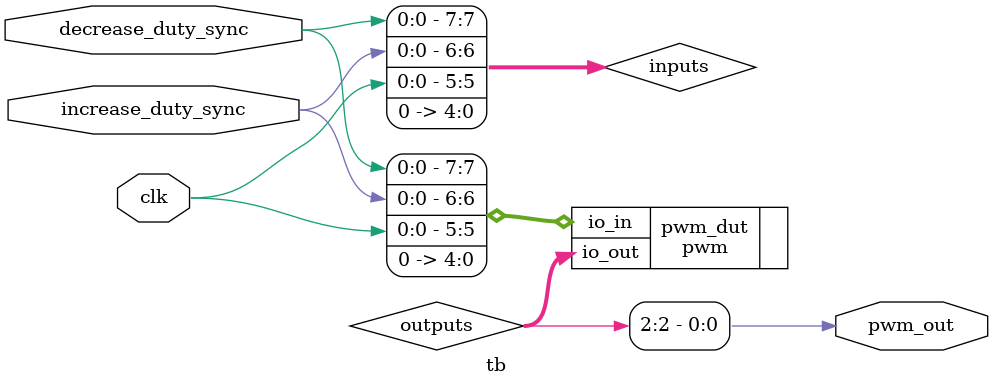
<source format=v>

`default_nettype none
`timescale 1ns/1ps

/*
this testbench just instantiates the module and makes some convenient wires
that can be driven / tested by the cocotb test.py
*/

module tb (
    // testbench is controlled by test.py
    input clk,
    input increase_duty_sync,
    input decrease_duty_sync,
    output pwm_out
   );

    // this part dumps the trace to a vcd file that can be viewed with GTKWave
    initial begin
        $dumpfile ("tb.vcd");
        $dumpvars (0, tb);
        #1;
    end

    // wire up the inputs and outputs
    wire [7:0] inputs = {decrease_duty_sync,increase_duty_sync,clk, 5'b0};
    wire [7:0] outputs;
    assign pwm_out = outputs[2];
    

    // instantiate the DUT
    pwm pwm_dut(
        .io_in  (inputs),
        .io_out (outputs)
        );

endmodule

</source>
